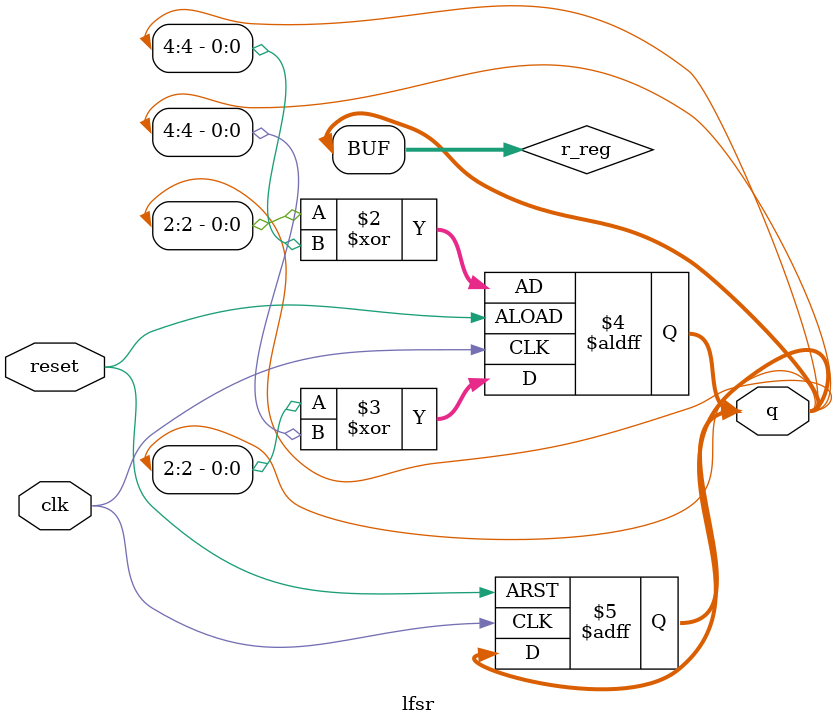
<source format=v>
module lfsr( 
    input clk,
    input reset,
    output [4:0] q
); 
reg [4:0] r_reg;
wire [4:0] r_next;
wire feedback_value;
// on reset set the value of r_reg to 1
// otherwise assign r_next to r_reg
// assign the xor of bit positions 2 and 4 of r_reg to feedback_value
// assign feedback value concatenated with 4 MSBs of r_reg to r_next
// assign r_reg to the output q
assign q = r_reg; 
always @ (posedge clk or posedge reset)
begin
	if (reset)
	begin
	// set r_reg to 1
	// assign r_next to r_reg
	// assign xor of bit positions 2 and 4 of r_reg to q
	// assign r_reg to q
	r_reg <= 5'b1;
	r_next <= r_reg ;
	q <= r_reg[2] ^ r_reg[4];
	end
	else
	begin
	// assign r_next to r_reg
	// assign xor of bit positions 2 and 4 of r_reg to q
	// assign r_reg to q
	r_next <= r_reg ;
	q <= r_reg[2] ^ r_reg[4];
	end
end
endmodule

</source>
